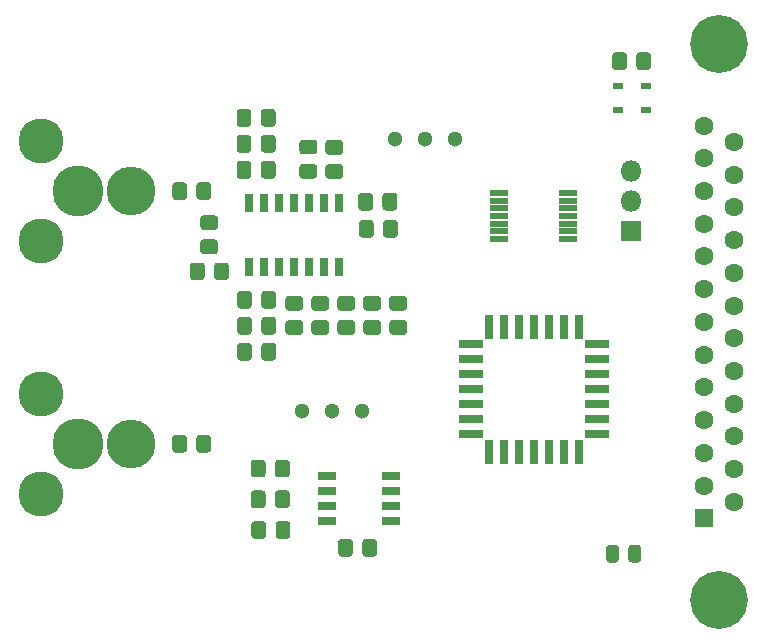
<source format=gbr>
%TF.GenerationSoftware,KiCad,Pcbnew,(5.1.6)-1*%
%TF.CreationDate,2023-01-27T10:42:32-05:00*%
%TF.ProjectId,Amiga-Stereo-Digitizer,416d6967-612d-4537-9465-72656f2d4469,rev?*%
%TF.SameCoordinates,Original*%
%TF.FileFunction,Soldermask,Top*%
%TF.FilePolarity,Negative*%
%FSLAX46Y46*%
G04 Gerber Fmt 4.6, Leading zero omitted, Abs format (unit mm)*
G04 Created by KiCad (PCBNEW (5.1.6)-1) date 2023-01-27 10:42:32*
%MOMM*%
%LPD*%
G01*
G04 APERTURE LIST*
%ADD10R,0.820000X0.520000*%
%ADD11R,1.628000X0.750000*%
%ADD12R,1.550000X0.550000*%
%ADD13R,1.600000X1.600000*%
%ADD14C,1.600000*%
%ADD15C,4.900000*%
%ADD16R,1.800000X1.800000*%
%ADD17O,1.800000X1.800000*%
%ADD18C,4.330000*%
%ADD19C,4.135000*%
%ADD20C,3.820000*%
%ADD21R,0.750000X1.625000*%
%ADD22C,1.300000*%
%ADD23R,0.800000X2.025000*%
%ADD24R,2.025000X0.800000*%
G04 APERTURE END LIST*
%TO.C,C1*%
G36*
G01*
X157025000Y-89778262D02*
X157025000Y-88821738D01*
G75*
G02*
X157296738Y-88550000I271738J0D01*
G01*
X158003262Y-88550000D01*
G75*
G02*
X158275000Y-88821738I0J-271738D01*
G01*
X158275000Y-89778262D01*
G75*
G02*
X158003262Y-90050000I-271738J0D01*
G01*
X157296738Y-90050000D01*
G75*
G02*
X157025000Y-89778262I0J271738D01*
G01*
G37*
G36*
G01*
X154975000Y-89778262D02*
X154975000Y-88821738D01*
G75*
G02*
X155246738Y-88550000I271738J0D01*
G01*
X155953262Y-88550000D01*
G75*
G02*
X156225000Y-88821738I0J-271738D01*
G01*
X156225000Y-89778262D01*
G75*
G02*
X155953262Y-90050000I-271738J0D01*
G01*
X155246738Y-90050000D01*
G75*
G02*
X154975000Y-89778262I0J271738D01*
G01*
G37*
%TD*%
%TO.C,C2*%
G36*
G01*
X150725000Y-101021738D02*
X150725000Y-101978262D01*
G75*
G02*
X150453262Y-102250000I-271738J0D01*
G01*
X149746738Y-102250000D01*
G75*
G02*
X149475000Y-101978262I0J271738D01*
G01*
X149475000Y-101021738D01*
G75*
G02*
X149746738Y-100750000I271738J0D01*
G01*
X150453262Y-100750000D01*
G75*
G02*
X150725000Y-101021738I0J-271738D01*
G01*
G37*
G36*
G01*
X152775000Y-101021738D02*
X152775000Y-101978262D01*
G75*
G02*
X152503262Y-102250000I-271738J0D01*
G01*
X151796738Y-102250000D01*
G75*
G02*
X151525000Y-101978262I0J271738D01*
G01*
X151525000Y-101021738D01*
G75*
G02*
X151796738Y-100750000I271738J0D01*
G01*
X152503262Y-100750000D01*
G75*
G02*
X152775000Y-101021738I0J-271738D01*
G01*
G37*
%TD*%
%TO.C,C3*%
G36*
G01*
X154925000Y-78778262D02*
X154925000Y-77821738D01*
G75*
G02*
X155196738Y-77550000I271738J0D01*
G01*
X155903262Y-77550000D01*
G75*
G02*
X156175000Y-77821738I0J-271738D01*
G01*
X156175000Y-78778262D01*
G75*
G02*
X155903262Y-79050000I-271738J0D01*
G01*
X155196738Y-79050000D01*
G75*
G02*
X154925000Y-78778262I0J271738D01*
G01*
G37*
G36*
G01*
X156975000Y-78778262D02*
X156975000Y-77821738D01*
G75*
G02*
X157246738Y-77550000I271738J0D01*
G01*
X157953262Y-77550000D01*
G75*
G02*
X158225000Y-77821738I0J-271738D01*
G01*
X158225000Y-78778262D01*
G75*
G02*
X157953262Y-79050000I-271738J0D01*
G01*
X157246738Y-79050000D01*
G75*
G02*
X156975000Y-78778262I0J271738D01*
G01*
G37*
%TD*%
%TO.C,C4*%
G36*
G01*
X152775000Y-79621738D02*
X152775000Y-80578262D01*
G75*
G02*
X152503262Y-80850000I-271738J0D01*
G01*
X151796738Y-80850000D01*
G75*
G02*
X151525000Y-80578262I0J271738D01*
G01*
X151525000Y-79621738D01*
G75*
G02*
X151796738Y-79350000I271738J0D01*
G01*
X152503262Y-79350000D01*
G75*
G02*
X152775000Y-79621738I0J-271738D01*
G01*
G37*
G36*
G01*
X150725000Y-79621738D02*
X150725000Y-80578262D01*
G75*
G02*
X150453262Y-80850000I-271738J0D01*
G01*
X149746738Y-80850000D01*
G75*
G02*
X149475000Y-80578262I0J271738D01*
G01*
X149475000Y-79621738D01*
G75*
G02*
X149746738Y-79350000I271738J0D01*
G01*
X150453262Y-79350000D01*
G75*
G02*
X150725000Y-79621738I0J-271738D01*
G01*
G37*
%TD*%
%TO.C,C5*%
G36*
G01*
X160278262Y-92275000D02*
X159321738Y-92275000D01*
G75*
G02*
X159050000Y-92003262I0J271738D01*
G01*
X159050000Y-91296738D01*
G75*
G02*
X159321738Y-91025000I271738J0D01*
G01*
X160278262Y-91025000D01*
G75*
G02*
X160550000Y-91296738I0J-271738D01*
G01*
X160550000Y-92003262D01*
G75*
G02*
X160278262Y-92275000I-271738J0D01*
G01*
G37*
G36*
G01*
X160278262Y-90225000D02*
X159321738Y-90225000D01*
G75*
G02*
X159050000Y-89953262I0J271738D01*
G01*
X159050000Y-89246738D01*
G75*
G02*
X159321738Y-88975000I271738J0D01*
G01*
X160278262Y-88975000D01*
G75*
G02*
X160550000Y-89246738I0J-271738D01*
G01*
X160550000Y-89953262D01*
G75*
G02*
X160278262Y-90225000I-271738J0D01*
G01*
G37*
%TD*%
%TO.C,C7*%
G36*
G01*
X157375000Y-105721738D02*
X157375000Y-106678262D01*
G75*
G02*
X157103262Y-106950000I-271738J0D01*
G01*
X156396738Y-106950000D01*
G75*
G02*
X156125000Y-106678262I0J271738D01*
G01*
X156125000Y-105721738D01*
G75*
G02*
X156396738Y-105450000I271738J0D01*
G01*
X157103262Y-105450000D01*
G75*
G02*
X157375000Y-105721738I0J-271738D01*
G01*
G37*
G36*
G01*
X159425000Y-105721738D02*
X159425000Y-106678262D01*
G75*
G02*
X159153262Y-106950000I-271738J0D01*
G01*
X158446738Y-106950000D01*
G75*
G02*
X158175000Y-106678262I0J271738D01*
G01*
X158175000Y-105721738D01*
G75*
G02*
X158446738Y-105450000I271738J0D01*
G01*
X159153262Y-105450000D01*
G75*
G02*
X159425000Y-105721738I0J-271738D01*
G01*
G37*
%TD*%
%TO.C,C8*%
G36*
G01*
X159425000Y-103121738D02*
X159425000Y-104078262D01*
G75*
G02*
X159153262Y-104350000I-271738J0D01*
G01*
X158446738Y-104350000D01*
G75*
G02*
X158175000Y-104078262I0J271738D01*
G01*
X158175000Y-103121738D01*
G75*
G02*
X158446738Y-102850000I271738J0D01*
G01*
X159153262Y-102850000D01*
G75*
G02*
X159425000Y-103121738I0J-271738D01*
G01*
G37*
G36*
G01*
X157375000Y-103121738D02*
X157375000Y-104078262D01*
G75*
G02*
X157103262Y-104350000I-271738J0D01*
G01*
X156396738Y-104350000D01*
G75*
G02*
X156125000Y-104078262I0J271738D01*
G01*
X156125000Y-103121738D01*
G75*
G02*
X156396738Y-102850000I271738J0D01*
G01*
X157103262Y-102850000D01*
G75*
G02*
X157375000Y-103121738I0J-271738D01*
G01*
G37*
%TD*%
D10*
%TO.C,D1*%
X187200000Y-71200000D03*
X189600000Y-71200000D03*
%TD*%
%TO.C,D2*%
X189600000Y-73200000D03*
X187200000Y-73200000D03*
%TD*%
D11*
%TO.C,IC1*%
X168011000Y-108005000D03*
X168011000Y-106735000D03*
X168011000Y-105465000D03*
X168011000Y-104195000D03*
X162589000Y-104195000D03*
X162589000Y-105465000D03*
X162589000Y-106735000D03*
X162589000Y-108005000D03*
%TD*%
D12*
%TO.C,IC4*%
X183025000Y-84150000D03*
X183025000Y-83500000D03*
X183025000Y-82850000D03*
X183025000Y-82200000D03*
X183025000Y-81550000D03*
X183025000Y-80900000D03*
X183025000Y-80250000D03*
X177175000Y-80250000D03*
X177175000Y-80900000D03*
X177175000Y-81550000D03*
X177175000Y-82200000D03*
X177175000Y-82850000D03*
X177175000Y-83500000D03*
X177175000Y-84150000D03*
%TD*%
D13*
%TO.C,J0*%
X194500000Y-107800000D03*
D14*
X194500000Y-105030000D03*
X194500000Y-102260000D03*
X194500000Y-99490000D03*
X194500000Y-96720000D03*
X194500000Y-93950000D03*
X194500000Y-91180000D03*
X194500000Y-88410000D03*
X194500000Y-85640000D03*
X194500000Y-82870000D03*
X194500000Y-80100000D03*
X194500000Y-77330000D03*
X194500000Y-74560000D03*
X197040000Y-106415000D03*
X197040000Y-103645000D03*
X197040000Y-100875000D03*
X197040000Y-98105000D03*
X197040000Y-95335000D03*
X197040000Y-92565000D03*
X197040000Y-89795000D03*
X197040000Y-87025000D03*
X197040000Y-84255000D03*
X197040000Y-81485000D03*
X197040000Y-78715000D03*
X197040000Y-75945000D03*
D15*
X195770000Y-114700000D03*
X195770000Y-67660000D03*
%TD*%
D16*
%TO.C,J1*%
X188300000Y-83500000D03*
D17*
X188300000Y-80960000D03*
X188300000Y-78420000D03*
%TD*%
D18*
%TO.C,J2*%
X141500000Y-101500000D03*
D19*
X146000000Y-101500000D03*
D20*
X138350000Y-105750000D03*
X138350000Y-97250000D03*
%TD*%
D18*
%TO.C,J3*%
X141500000Y-80100000D03*
D19*
X146000000Y-80100000D03*
D20*
X138350000Y-84350000D03*
X138350000Y-75850000D03*
%TD*%
%TO.C,R1*%
G36*
G01*
X157025000Y-91978262D02*
X157025000Y-91021738D01*
G75*
G02*
X157296738Y-90750000I271738J0D01*
G01*
X158003262Y-90750000D01*
G75*
G02*
X158275000Y-91021738I0J-271738D01*
G01*
X158275000Y-91978262D01*
G75*
G02*
X158003262Y-92250000I-271738J0D01*
G01*
X157296738Y-92250000D01*
G75*
G02*
X157025000Y-91978262I0J271738D01*
G01*
G37*
G36*
G01*
X154975000Y-91978262D02*
X154975000Y-91021738D01*
G75*
G02*
X155246738Y-90750000I271738J0D01*
G01*
X155953262Y-90750000D01*
G75*
G02*
X156225000Y-91021738I0J-271738D01*
G01*
X156225000Y-91978262D01*
G75*
G02*
X155953262Y-92250000I-271738J0D01*
G01*
X155246738Y-92250000D01*
G75*
G02*
X154975000Y-91978262I0J271738D01*
G01*
G37*
%TD*%
%TO.C,R2*%
G36*
G01*
X158275000Y-93221738D02*
X158275000Y-94178262D01*
G75*
G02*
X158003262Y-94450000I-271738J0D01*
G01*
X157296738Y-94450000D01*
G75*
G02*
X157025000Y-94178262I0J271738D01*
G01*
X157025000Y-93221738D01*
G75*
G02*
X157296738Y-92950000I271738J0D01*
G01*
X158003262Y-92950000D01*
G75*
G02*
X158275000Y-93221738I0J-271738D01*
G01*
G37*
G36*
G01*
X156225000Y-93221738D02*
X156225000Y-94178262D01*
G75*
G02*
X155953262Y-94450000I-271738J0D01*
G01*
X155246738Y-94450000D01*
G75*
G02*
X154975000Y-94178262I0J271738D01*
G01*
X154975000Y-93221738D01*
G75*
G02*
X155246738Y-92950000I271738J0D01*
G01*
X155953262Y-92950000D01*
G75*
G02*
X156225000Y-93221738I0J-271738D01*
G01*
G37*
%TD*%
%TO.C,R3*%
G36*
G01*
X162478262Y-92275000D02*
X161521738Y-92275000D01*
G75*
G02*
X161250000Y-92003262I0J271738D01*
G01*
X161250000Y-91296738D01*
G75*
G02*
X161521738Y-91025000I271738J0D01*
G01*
X162478262Y-91025000D01*
G75*
G02*
X162750000Y-91296738I0J-271738D01*
G01*
X162750000Y-92003262D01*
G75*
G02*
X162478262Y-92275000I-271738J0D01*
G01*
G37*
G36*
G01*
X162478262Y-90225000D02*
X161521738Y-90225000D01*
G75*
G02*
X161250000Y-89953262I0J271738D01*
G01*
X161250000Y-89246738D01*
G75*
G02*
X161521738Y-88975000I271738J0D01*
G01*
X162478262Y-88975000D01*
G75*
G02*
X162750000Y-89246738I0J-271738D01*
G01*
X162750000Y-89953262D01*
G75*
G02*
X162478262Y-90225000I-271738J0D01*
G01*
G37*
%TD*%
%TO.C,R4*%
G36*
G01*
X163721738Y-91025000D02*
X164678262Y-91025000D01*
G75*
G02*
X164950000Y-91296738I0J-271738D01*
G01*
X164950000Y-92003262D01*
G75*
G02*
X164678262Y-92275000I-271738J0D01*
G01*
X163721738Y-92275000D01*
G75*
G02*
X163450000Y-92003262I0J271738D01*
G01*
X163450000Y-91296738D01*
G75*
G02*
X163721738Y-91025000I271738J0D01*
G01*
G37*
G36*
G01*
X163721738Y-88975000D02*
X164678262Y-88975000D01*
G75*
G02*
X164950000Y-89246738I0J-271738D01*
G01*
X164950000Y-89953262D01*
G75*
G02*
X164678262Y-90225000I-271738J0D01*
G01*
X163721738Y-90225000D01*
G75*
G02*
X163450000Y-89953262I0J271738D01*
G01*
X163450000Y-89246738D01*
G75*
G02*
X163721738Y-88975000I271738J0D01*
G01*
G37*
%TD*%
%TO.C,R5*%
G36*
G01*
X152225000Y-86421738D02*
X152225000Y-87378262D01*
G75*
G02*
X151953262Y-87650000I-271738J0D01*
G01*
X151246738Y-87650000D01*
G75*
G02*
X150975000Y-87378262I0J271738D01*
G01*
X150975000Y-86421738D01*
G75*
G02*
X151246738Y-86150000I271738J0D01*
G01*
X151953262Y-86150000D01*
G75*
G02*
X152225000Y-86421738I0J-271738D01*
G01*
G37*
G36*
G01*
X154275000Y-86421738D02*
X154275000Y-87378262D01*
G75*
G02*
X154003262Y-87650000I-271738J0D01*
G01*
X153296738Y-87650000D01*
G75*
G02*
X153025000Y-87378262I0J271738D01*
G01*
X153025000Y-86421738D01*
G75*
G02*
X153296738Y-86150000I271738J0D01*
G01*
X154003262Y-86150000D01*
G75*
G02*
X154275000Y-86421738I0J-271738D01*
G01*
G37*
%TD*%
%TO.C,R6*%
G36*
G01*
X166878262Y-92275000D02*
X165921738Y-92275000D01*
G75*
G02*
X165650000Y-92003262I0J271738D01*
G01*
X165650000Y-91296738D01*
G75*
G02*
X165921738Y-91025000I271738J0D01*
G01*
X166878262Y-91025000D01*
G75*
G02*
X167150000Y-91296738I0J-271738D01*
G01*
X167150000Y-92003262D01*
G75*
G02*
X166878262Y-92275000I-271738J0D01*
G01*
G37*
G36*
G01*
X166878262Y-90225000D02*
X165921738Y-90225000D01*
G75*
G02*
X165650000Y-89953262I0J271738D01*
G01*
X165650000Y-89246738D01*
G75*
G02*
X165921738Y-88975000I271738J0D01*
G01*
X166878262Y-88975000D01*
G75*
G02*
X167150000Y-89246738I0J-271738D01*
G01*
X167150000Y-89953262D01*
G75*
G02*
X166878262Y-90225000I-271738J0D01*
G01*
G37*
%TD*%
%TO.C,R7*%
G36*
G01*
X168121738Y-91025000D02*
X169078262Y-91025000D01*
G75*
G02*
X169350000Y-91296738I0J-271738D01*
G01*
X169350000Y-92003262D01*
G75*
G02*
X169078262Y-92275000I-271738J0D01*
G01*
X168121738Y-92275000D01*
G75*
G02*
X167850000Y-92003262I0J271738D01*
G01*
X167850000Y-91296738D01*
G75*
G02*
X168121738Y-91025000I271738J0D01*
G01*
G37*
G36*
G01*
X168121738Y-88975000D02*
X169078262Y-88975000D01*
G75*
G02*
X169350000Y-89246738I0J-271738D01*
G01*
X169350000Y-89953262D01*
G75*
G02*
X169078262Y-90225000I-271738J0D01*
G01*
X168121738Y-90225000D01*
G75*
G02*
X167850000Y-89953262I0J271738D01*
G01*
X167850000Y-89246738D01*
G75*
G02*
X168121738Y-88975000I271738J0D01*
G01*
G37*
%TD*%
%TO.C,R8*%
G36*
G01*
X154925000Y-76578262D02*
X154925000Y-75621738D01*
G75*
G02*
X155196738Y-75350000I271738J0D01*
G01*
X155903262Y-75350000D01*
G75*
G02*
X156175000Y-75621738I0J-271738D01*
G01*
X156175000Y-76578262D01*
G75*
G02*
X155903262Y-76850000I-271738J0D01*
G01*
X155196738Y-76850000D01*
G75*
G02*
X154925000Y-76578262I0J271738D01*
G01*
G37*
G36*
G01*
X156975000Y-76578262D02*
X156975000Y-75621738D01*
G75*
G02*
X157246738Y-75350000I271738J0D01*
G01*
X157953262Y-75350000D01*
G75*
G02*
X158225000Y-75621738I0J-271738D01*
G01*
X158225000Y-76578262D01*
G75*
G02*
X157953262Y-76850000I-271738J0D01*
G01*
X157246738Y-76850000D01*
G75*
G02*
X156975000Y-76578262I0J271738D01*
G01*
G37*
%TD*%
%TO.C,R9*%
G36*
G01*
X158225000Y-73421738D02*
X158225000Y-74378262D01*
G75*
G02*
X157953262Y-74650000I-271738J0D01*
G01*
X157246738Y-74650000D01*
G75*
G02*
X156975000Y-74378262I0J271738D01*
G01*
X156975000Y-73421738D01*
G75*
G02*
X157246738Y-73150000I271738J0D01*
G01*
X157953262Y-73150000D01*
G75*
G02*
X158225000Y-73421738I0J-271738D01*
G01*
G37*
G36*
G01*
X156175000Y-73421738D02*
X156175000Y-74378262D01*
G75*
G02*
X155903262Y-74650000I-271738J0D01*
G01*
X155196738Y-74650000D01*
G75*
G02*
X154925000Y-74378262I0J271738D01*
G01*
X154925000Y-73421738D01*
G75*
G02*
X155196738Y-73150000I271738J0D01*
G01*
X155903262Y-73150000D01*
G75*
G02*
X156175000Y-73421738I0J-271738D01*
G01*
G37*
%TD*%
%TO.C,R10*%
G36*
G01*
X166525000Y-82821738D02*
X166525000Y-83778262D01*
G75*
G02*
X166253262Y-84050000I-271738J0D01*
G01*
X165546738Y-84050000D01*
G75*
G02*
X165275000Y-83778262I0J271738D01*
G01*
X165275000Y-82821738D01*
G75*
G02*
X165546738Y-82550000I271738J0D01*
G01*
X166253262Y-82550000D01*
G75*
G02*
X166525000Y-82821738I0J-271738D01*
G01*
G37*
G36*
G01*
X168575000Y-82821738D02*
X168575000Y-83778262D01*
G75*
G02*
X168303262Y-84050000I-271738J0D01*
G01*
X167596738Y-84050000D01*
G75*
G02*
X167325000Y-83778262I0J271738D01*
G01*
X167325000Y-82821738D01*
G75*
G02*
X167596738Y-82550000I271738J0D01*
G01*
X168303262Y-82550000D01*
G75*
G02*
X168575000Y-82821738I0J-271738D01*
G01*
G37*
%TD*%
%TO.C,R11*%
G36*
G01*
X165225000Y-81478262D02*
X165225000Y-80521738D01*
G75*
G02*
X165496738Y-80250000I271738J0D01*
G01*
X166203262Y-80250000D01*
G75*
G02*
X166475000Y-80521738I0J-271738D01*
G01*
X166475000Y-81478262D01*
G75*
G02*
X166203262Y-81750000I-271738J0D01*
G01*
X165496738Y-81750000D01*
G75*
G02*
X165225000Y-81478262I0J271738D01*
G01*
G37*
G36*
G01*
X167275000Y-81478262D02*
X167275000Y-80521738D01*
G75*
G02*
X167546738Y-80250000I271738J0D01*
G01*
X168253262Y-80250000D01*
G75*
G02*
X168525000Y-80521738I0J-271738D01*
G01*
X168525000Y-81478262D01*
G75*
G02*
X168253262Y-81750000I-271738J0D01*
G01*
X167546738Y-81750000D01*
G75*
G02*
X167275000Y-81478262I0J271738D01*
G01*
G37*
%TD*%
%TO.C,R12*%
G36*
G01*
X153078262Y-85450000D02*
X152121738Y-85450000D01*
G75*
G02*
X151850000Y-85178262I0J271738D01*
G01*
X151850000Y-84471738D01*
G75*
G02*
X152121738Y-84200000I271738J0D01*
G01*
X153078262Y-84200000D01*
G75*
G02*
X153350000Y-84471738I0J-271738D01*
G01*
X153350000Y-85178262D01*
G75*
G02*
X153078262Y-85450000I-271738J0D01*
G01*
G37*
G36*
G01*
X153078262Y-83400000D02*
X152121738Y-83400000D01*
G75*
G02*
X151850000Y-83128262I0J271738D01*
G01*
X151850000Y-82421738D01*
G75*
G02*
X152121738Y-82150000I271738J0D01*
G01*
X153078262Y-82150000D01*
G75*
G02*
X153350000Y-82421738I0J-271738D01*
G01*
X153350000Y-83128262D01*
G75*
G02*
X153078262Y-83400000I-271738J0D01*
G01*
G37*
%TD*%
%TO.C,R13*%
G36*
G01*
X162721738Y-75775000D02*
X163678262Y-75775000D01*
G75*
G02*
X163950000Y-76046738I0J-271738D01*
G01*
X163950000Y-76753262D01*
G75*
G02*
X163678262Y-77025000I-271738J0D01*
G01*
X162721738Y-77025000D01*
G75*
G02*
X162450000Y-76753262I0J271738D01*
G01*
X162450000Y-76046738D01*
G75*
G02*
X162721738Y-75775000I271738J0D01*
G01*
G37*
G36*
G01*
X162721738Y-77825000D02*
X163678262Y-77825000D01*
G75*
G02*
X163950000Y-78096738I0J-271738D01*
G01*
X163950000Y-78803262D01*
G75*
G02*
X163678262Y-79075000I-271738J0D01*
G01*
X162721738Y-79075000D01*
G75*
G02*
X162450000Y-78803262I0J271738D01*
G01*
X162450000Y-78096738D01*
G75*
G02*
X162721738Y-77825000I271738J0D01*
G01*
G37*
%TD*%
%TO.C,R14*%
G36*
G01*
X161478262Y-77000000D02*
X160521738Y-77000000D01*
G75*
G02*
X160250000Y-76728262I0J271738D01*
G01*
X160250000Y-76021738D01*
G75*
G02*
X160521738Y-75750000I271738J0D01*
G01*
X161478262Y-75750000D01*
G75*
G02*
X161750000Y-76021738I0J-271738D01*
G01*
X161750000Y-76728262D01*
G75*
G02*
X161478262Y-77000000I-271738J0D01*
G01*
G37*
G36*
G01*
X161478262Y-79050000D02*
X160521738Y-79050000D01*
G75*
G02*
X160250000Y-78778262I0J271738D01*
G01*
X160250000Y-78071738D01*
G75*
G02*
X160521738Y-77800000I271738J0D01*
G01*
X161478262Y-77800000D01*
G75*
G02*
X161750000Y-78071738I0J-271738D01*
G01*
X161750000Y-78778262D01*
G75*
G02*
X161478262Y-79050000I-271738J0D01*
G01*
G37*
%TD*%
%TO.C,R15*%
G36*
G01*
X159475000Y-108321738D02*
X159475000Y-109278262D01*
G75*
G02*
X159203262Y-109550000I-271738J0D01*
G01*
X158496738Y-109550000D01*
G75*
G02*
X158225000Y-109278262I0J271738D01*
G01*
X158225000Y-108321738D01*
G75*
G02*
X158496738Y-108050000I271738J0D01*
G01*
X159203262Y-108050000D01*
G75*
G02*
X159475000Y-108321738I0J-271738D01*
G01*
G37*
G36*
G01*
X157425000Y-108321738D02*
X157425000Y-109278262D01*
G75*
G02*
X157153262Y-109550000I-271738J0D01*
G01*
X156446738Y-109550000D01*
G75*
G02*
X156175000Y-109278262I0J271738D01*
G01*
X156175000Y-108321738D01*
G75*
G02*
X156446738Y-108050000I271738J0D01*
G01*
X157153262Y-108050000D01*
G75*
G02*
X157425000Y-108321738I0J-271738D01*
G01*
G37*
%TD*%
%TO.C,R16*%
G36*
G01*
X165575000Y-110778262D02*
X165575000Y-109821738D01*
G75*
G02*
X165846738Y-109550000I271738J0D01*
G01*
X166553262Y-109550000D01*
G75*
G02*
X166825000Y-109821738I0J-271738D01*
G01*
X166825000Y-110778262D01*
G75*
G02*
X166553262Y-111050000I-271738J0D01*
G01*
X165846738Y-111050000D01*
G75*
G02*
X165575000Y-110778262I0J271738D01*
G01*
G37*
G36*
G01*
X163525000Y-110778262D02*
X163525000Y-109821738D01*
G75*
G02*
X163796738Y-109550000I271738J0D01*
G01*
X164503262Y-109550000D01*
G75*
G02*
X164775000Y-109821738I0J-271738D01*
G01*
X164775000Y-110778262D01*
G75*
G02*
X164503262Y-111050000I-271738J0D01*
G01*
X163796738Y-111050000D01*
G75*
G02*
X163525000Y-110778262I0J271738D01*
G01*
G37*
%TD*%
%TO.C,R17*%
G36*
G01*
X188775000Y-69578262D02*
X188775000Y-68621738D01*
G75*
G02*
X189046738Y-68350000I271738J0D01*
G01*
X189753262Y-68350000D01*
G75*
G02*
X190025000Y-68621738I0J-271738D01*
G01*
X190025000Y-69578262D01*
G75*
G02*
X189753262Y-69850000I-271738J0D01*
G01*
X189046738Y-69850000D01*
G75*
G02*
X188775000Y-69578262I0J271738D01*
G01*
G37*
G36*
G01*
X186725000Y-69578262D02*
X186725000Y-68621738D01*
G75*
G02*
X186996738Y-68350000I271738J0D01*
G01*
X187703262Y-68350000D01*
G75*
G02*
X187975000Y-68621738I0J-271738D01*
G01*
X187975000Y-69578262D01*
G75*
G02*
X187703262Y-69850000I-271738J0D01*
G01*
X186996738Y-69850000D01*
G75*
G02*
X186725000Y-69578262I0J271738D01*
G01*
G37*
%TD*%
D21*
%TO.C,U3*%
X155990000Y-86512000D03*
X157260000Y-86512000D03*
X158530000Y-86512000D03*
X159800000Y-86512000D03*
X161070000Y-86512000D03*
X162340000Y-86512000D03*
X163610000Y-86512000D03*
X163610000Y-81088000D03*
X162340000Y-81088000D03*
X161070000Y-81088000D03*
X159800000Y-81088000D03*
X158530000Y-81088000D03*
X157260000Y-81088000D03*
X155990000Y-81088000D03*
%TD*%
D22*
%TO.C,VR1*%
X173440000Y-75700000D03*
X170900000Y-75700000D03*
X168360000Y-75700000D03*
%TD*%
%TO.C,VR2*%
X160460000Y-98700000D03*
X163000000Y-98700000D03*
X165540000Y-98700000D03*
%TD*%
D23*
%TO.C,IC2*%
X180100000Y-91577500D03*
X178830000Y-91577500D03*
X177560000Y-91577500D03*
X176290000Y-91577500D03*
X181370000Y-91577500D03*
X182640000Y-91577500D03*
X183910000Y-91577500D03*
D24*
X174777500Y-93090000D03*
X174777500Y-94360000D03*
X174777500Y-95630000D03*
X174777500Y-96900000D03*
X174777500Y-98170000D03*
X174777500Y-99440000D03*
X174777500Y-100710000D03*
D23*
X176290000Y-102222500D03*
X177560000Y-102222500D03*
X178830000Y-102222500D03*
X180100000Y-102222500D03*
X181370000Y-102222500D03*
X182640000Y-102222500D03*
X183910000Y-102222500D03*
D24*
X185422500Y-100710000D03*
X185422500Y-99440000D03*
X185422500Y-98170000D03*
X185422500Y-96900000D03*
X185422500Y-95630000D03*
X185422500Y-94360000D03*
X185422500Y-93090000D03*
%TD*%
%TO.C,C6*%
G36*
G01*
X189175000Y-110318750D02*
X189175000Y-111281250D01*
G75*
G02*
X188906250Y-111550000I-268750J0D01*
G01*
X188368750Y-111550000D01*
G75*
G02*
X188100000Y-111281250I0J268750D01*
G01*
X188100000Y-110318750D01*
G75*
G02*
X188368750Y-110050000I268750J0D01*
G01*
X188906250Y-110050000D01*
G75*
G02*
X189175000Y-110318750I0J-268750D01*
G01*
G37*
G36*
G01*
X187300000Y-110318750D02*
X187300000Y-111281250D01*
G75*
G02*
X187031250Y-111550000I-268750J0D01*
G01*
X186493750Y-111550000D01*
G75*
G02*
X186225000Y-111281250I0J268750D01*
G01*
X186225000Y-110318750D01*
G75*
G02*
X186493750Y-110050000I268750J0D01*
G01*
X187031250Y-110050000D01*
G75*
G02*
X187300000Y-110318750I0J-268750D01*
G01*
G37*
%TD*%
M02*

</source>
